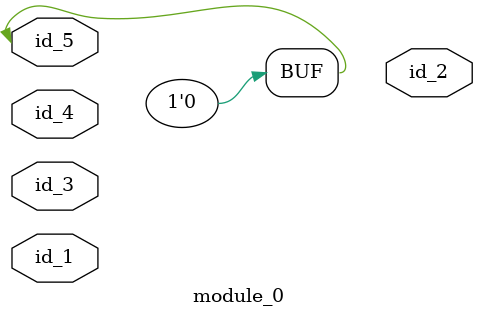
<source format=v>
module module_0 (
    id_1,
    id_2,
    id_3,
    id_4,
    id_5
);
  input id_5;
  input id_4;
  input id_3;
  output id_2;
  input id_1;
  assign id_5 = 1'b0;
  id_6 id_7 (
      .id_2(id_3),
      .id_5(1),
      .id_4(id_5),
      .id_4(id_5)
  );
endmodule

</source>
